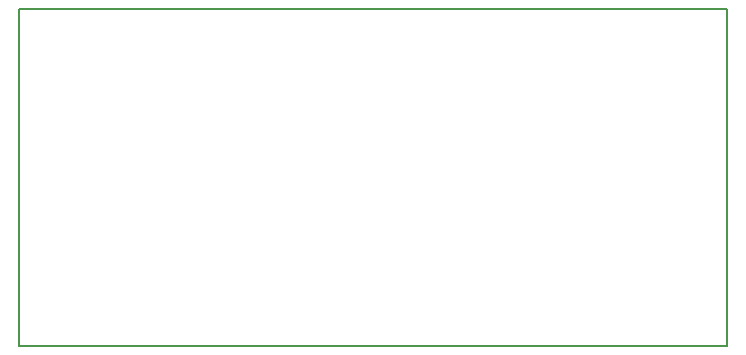
<source format=gbr>
%TF.GenerationSoftware,KiCad,Pcbnew,(5.1.9-0-10_14)*%
%TF.CreationDate,2021-08-17T09:45:53+08:00*%
%TF.ProjectId,arduino_oled_sonic,61726475-696e-46f5-9f6f-6c65645f736f,rev?*%
%TF.SameCoordinates,Original*%
%TF.FileFunction,Profile,NP*%
%FSLAX46Y46*%
G04 Gerber Fmt 4.6, Leading zero omitted, Abs format (unit mm)*
G04 Created by KiCad (PCBNEW (5.1.9-0-10_14)) date 2021-08-17 09:45:53*
%MOMM*%
%LPD*%
G01*
G04 APERTURE LIST*
%TA.AperFunction,Profile*%
%ADD10C,0.150000*%
%TD*%
G04 APERTURE END LIST*
D10*
X179498000Y-113365000D02*
X179498000Y-84865000D01*
X119498000Y-113365000D02*
X179498000Y-113365000D01*
X119498000Y-84865000D02*
X119498000Y-113365000D01*
X179498000Y-84865000D02*
X119498000Y-84865000D01*
M02*

</source>
